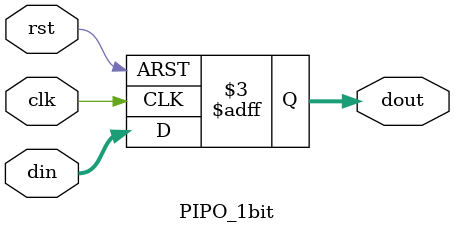
<source format=sv>
module PIPO_1bit (
	din,
	clk,
	rst,
	dout
	);
input [15:0] din;
input clk,rst;
output [15:0] dout;
wire [15:0] din;
wire clk,rst;
reg [15:0] dout;
always @(posedge clk or negedge rst) begin
	if(!rst) begin
		dout <= 16'b0;
	end
	else begin
		dout <= din;
	end
end
endmodule
</source>
